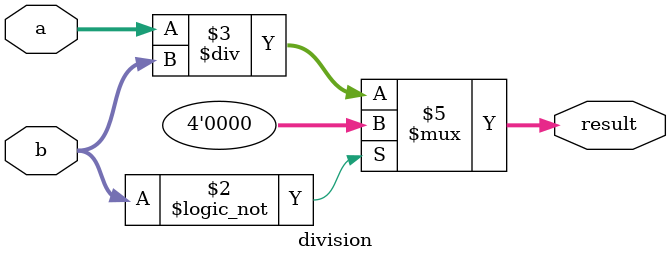
<source format=sv>
module division #(parameter N_bits = 4)(
    input logic [N_bits-1:0] a,
    input logic [N_bits-1:0] b,
    output logic [N_bits-1:0] result
);

    always_comb begin
        if (b == 0) begin
            result = {N_bits{1'b0}};
        end else begin
            result = a / b;
        end
    end

endmodule


</source>
